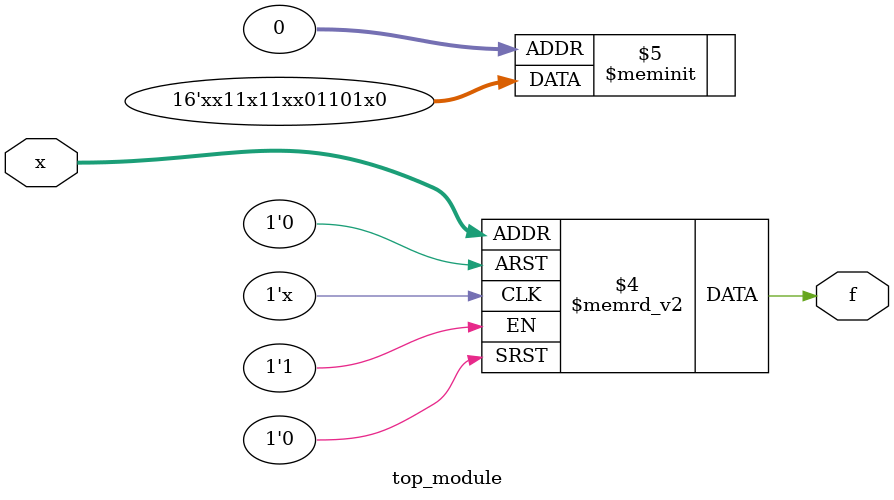
<source format=sv>
module top_module (
	input [4:1] x,
	output logic f
);

always_comb begin
        case (x)
            4'b0000: f = 1'b0;
            4'b0001: f = 1'bx;
            4'b0010: f = 1'b1;
            4'b0011: f = 1'b0;
            4'b0100: f = 1'b1;
            4'b0101: f = 1'b1;
            4'b0110: f = 1'b0;
            4'b0111: f = 1'bx;
            4'b1000: f = 1'bx;
            4'b1001: f = 1'b1;
            4'b1010: f = 1'b1;
            4'b1011: f = 1'bx;
            4'b1100: f = 1'b1;
            4'b1101: f = 1'b1;
            4'b1110: f = 1'bx;
            4'b1111: f = 1'bx;
            default: f = 1'bx;
        endcase
    end

endmodule

</source>
